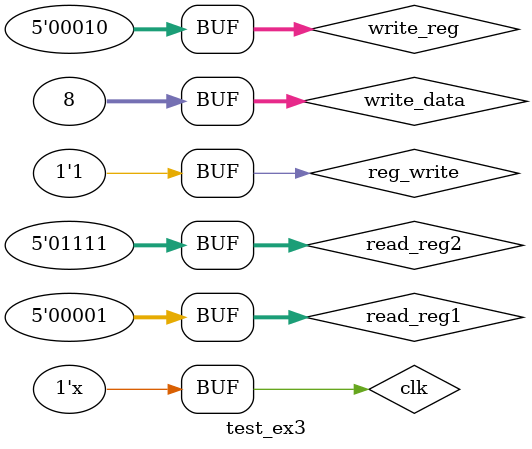
<source format=v>
`timescale 1ns / 1ps


module test_ex3();

    reg clk, reg_write;
    reg [4:0] read_reg1, read_reg2, write_reg;
    reg [31:0] write_data; 
    wire [31:0] read_data1, read_data2;

    registers regs (clk,
                    reg_write,
                    read_reg1,
                    read_reg2,
                    write_reg,
                    write_data,
                    read_data1,
                    read_data2);
    
    always #20 clk = ~clk;
    
    initial
    begin
        clk = 0;
        reg_write = 1;
        read_reg1 = 5'b10000;
        read_reg2 = 5'b01000;
        write_reg = 5'b11000;
        write_data = 3;
        #40
        reg_write = 1;
        read_reg1 = 5'b00001;
        read_reg2 = 5'b00011;
        write_reg = 5'b00010;
        write_data = 5;
        #40
        reg_write = 1;
        read_reg1 = 5'b00001;
        read_reg2 = 5'b01111;
        write_reg = 5'b00010;
        write_data = 8;
    end
    
endmodule

</source>
